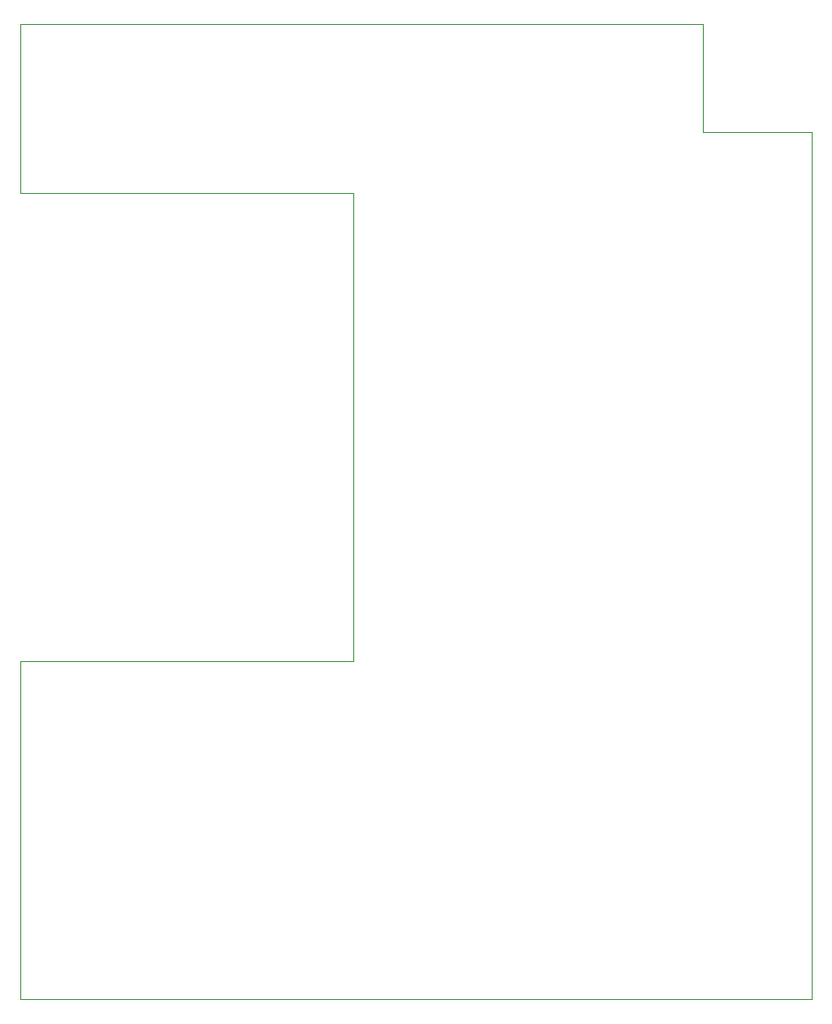
<source format=gbr>
%TF.GenerationSoftware,KiCad,Pcbnew,7.0.5*%
%TF.CreationDate,2023-10-05T13:47:36-07:00*%
%TF.ProjectId,EV9.5 Board Design,4556392e-3520-4426-9f61-726420446573,EV9*%
%TF.SameCoordinates,Original*%
%TF.FileFunction,Profile,NP*%
%FSLAX46Y46*%
G04 Gerber Fmt 4.6, Leading zero omitted, Abs format (unit mm)*
G04 Created by KiCad (PCBNEW 7.0.5) date 2023-10-05 13:47:36*
%MOMM*%
%LPD*%
G01*
G04 APERTURE LIST*
%TA.AperFunction,Profile*%
%ADD10C,0.050000*%
%TD*%
G04 APERTURE END LIST*
D10*
X176687500Y-65885000D02*
X186687500Y-65885000D01*
X186687500Y-145435000D01*
X113987500Y-145435000D01*
X114000000Y-114400000D01*
X144600000Y-114400000D01*
X144600000Y-71500000D01*
X114000000Y-71500000D01*
X113987500Y-56025000D01*
X176687500Y-56025000D01*
X176687500Y-65885000D01*
M02*

</source>
